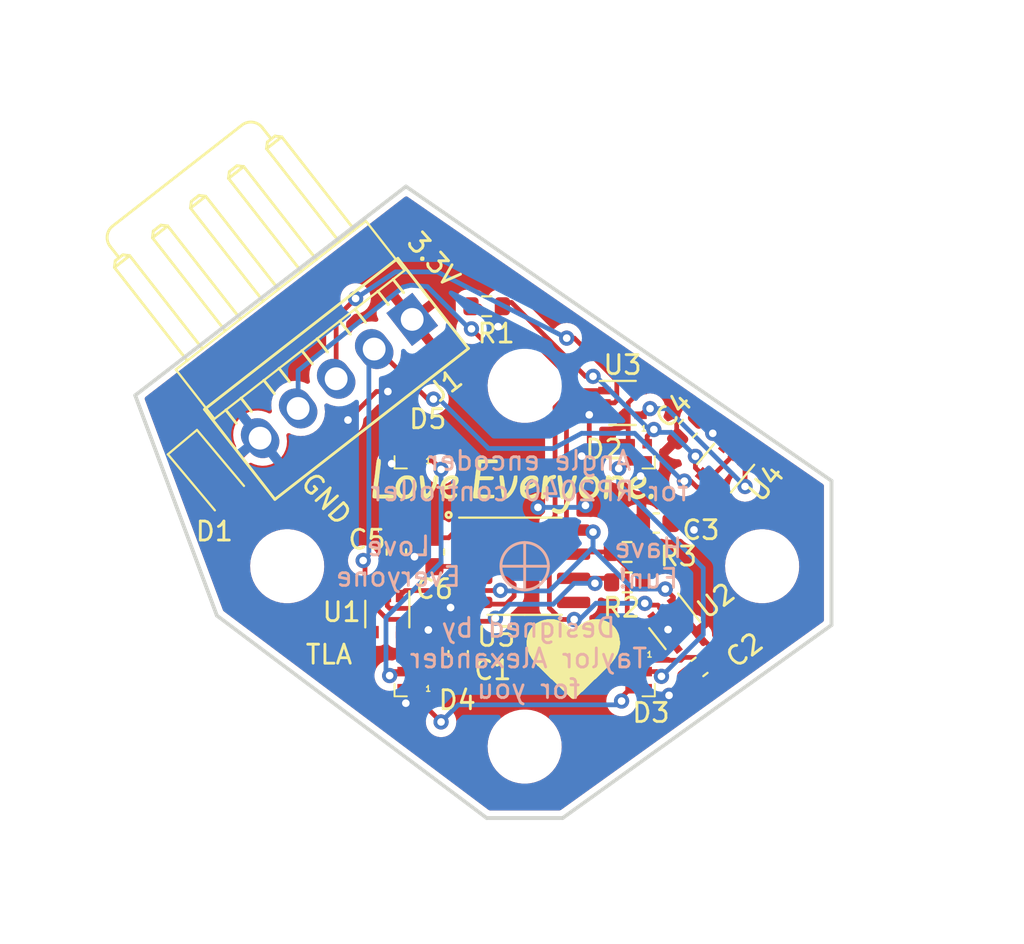
<source format=kicad_pcb>
(kicad_pcb (version 20211014) (generator pcbnew)
  (layers (0 "F.Cu" signal) (31 "B.Cu" signal) (34 "B.Paste" user) (35 "F.Paste" user) (36 "B.SilkS" user "B.Silkscreen") (37 "F.SilkS" user "F.Silkscreen") (38 "B.Mask" user) (39 "F.Mask" user) (44 "Edge.Cuts" user))
  (net 0 "")
  (net 1 "GND")
  (net 2 "+3V3")
  (net 3 "SPI0RX{slash}A")
  (net 4 "SPI0CS{slash}B")
  (net 5 "SPI0SCK{slash}C")
  (net 6 "Net-(U3-Pad4)")
  (net 8 "DO")
  (net 9 "SCK")
  (net 10 "Net-(D2-Pad3)")
  (net 11 "Net-(D3-Pad3)")
  (net 12 "LED")
  (net 13 "Net-(D4-Pad3)")
  (footprint "Capacitor_SMD:C_0603_1608Metric" (layer "F.Cu") (at 143.25 99.25 90)
    (fp_text reference "C5" (at 0.65 -1.55 180) (layer "F.SilkS"))
    (fp_text value "1u")
    (pad "1" smd roundrect locked (at -0.775 0 90) (size 0.9 0.95) (layers "F.Cu" "F.Paste" "F.Mask") (net 1 "GND"))
    (pad "2" smd roundrect locked (at 0.775 0 90) (size 0.9 0.95) (layers "F.Cu" "F.Paste" "F.Mask") (net 2 "+3V3"))
  )
  (footprint "Resistor_SMD:R_0603_1608Metric" (layer "F.Cu") (at 155.4 100.85 180)
    (fp_text reference "R2" (at 0.3 -1.33) (layer "F.SilkS"))
    (fp_text value "10k")
    (pad "1" smd roundrect (at -0.825 0 180) (size 0.8 0.95) (layers "F.Cu" "F.Paste" "F.Mask") (net 2 "+3V3"))
    (pad "2" smd roundrect (at 0.825 0 180) (size 0.8 0.95) (layers "F.Cu" "F.Paste" "F.Mask") (net 8 "DO"))
  )
  (footprint "Package_TO_SOT_SMD:SOT-353_SC-70-5" (layer "F.Cu") (at 142.77 102.52 -90)
    (fp_text reference "U1" (at -0.107488 2.401953 180) (layer "F.SilkS"))
    (fp_text value "SN74LVC1G07QDCKTQ1")
    (pad "1" smd rect (at -0.95 -0.65 270) (size 0.65 0.4) (layers "F.Cu" "F.Paste" "F.Mask") (net 4 "SPI0CS{slash}B"))
    (pad "2" smd rect (at -0.95 0 270) (size 0.65 0.4) (layers "F.Cu" "F.Paste" "F.Mask") (net 8 "DO"))
    (pad "3" smd rect (at -0.95 0.65 270) (size 0.65 0.4) (layers "F.Cu" "F.Paste" "F.Mask") (net 1 "GND"))
    (pad "4" smd rect (at 0.95 0.65 270) (size 0.65 0.4) (layers "F.Cu" "F.Paste" "F.Mask") (net 3 "SPI0RX{slash}A"))
    (pad "5" smd rect (at 0.95 -0.65 270) (size 0.65 0.4) (layers "F.Cu" "F.Paste" "F.Mask") (net 2 "+3V3"))
  )
  (footprint "Capacitor_SMD:C_0603_1608Metric" (layer "F.Cu") (at 156.925 97.725)
    (fp_text reference "C3" (at 2.35 0.37) (layer "F.SilkS"))
    (fp_text value "0.1uF")
    (pad "1" smd roundrect (at -0.775 0) (size 0.9 0.95) (layers "F.Cu" "F.Paste" "F.Mask") (net 2 "+3V3"))
    (pad "2" smd roundrect (at 0.775 0) (size 0.9 0.95) (layers "F.Cu" "F.Paste" "F.Mask") (net 1 "GND"))
  )
  (footprint "parts:MountingHole_3.1mm" (layer "F.Cu") (at 162.5 100)
    (fp_text reference "H3" hide)
    (fp_text value "MountingHole")
    (pad "" np_thru_hole circle (at 0 0) (size 3.1 3.1) (drill 3.1) (layers F&B.Cu *.Mask))
  )
  (footprint "LED_SMD:LED_SK6812_EC15_1.5x1.5mm" (layer "F.Cu") (at 144 94 180)
    (fp_text reference "D5" (at -0.9 1.75) (layer "F.SilkS"))
    (fp_text value "SK6805")
    (fp_text user "1" (at -0.925 -0.45) (layer "F.SilkS") (effects (font (size 0.3 0.3) (thickness 0.075))))
    (pad "1" smd rect (at -0.45 -0.45 180) (size 0.5 0.5) (layers "F.Cu" "F.Paste" "F.Mask") (net 13 "Net-(D4-Pad3)"))
    (pad "2" smd rect (at -0.45 0.45 180) (size 0.5 0.5) (layers "F.Cu" "F.Paste" "F.Mask") (net 2 "+3V3"))
    (pad "3" smd rect (at 0.45 0.45 180) (size 0.5 0.5) (layers "F.Cu" "F.Paste" "F.Mask"))
    (pad "4" smd rect (at 0.45 -0.45 180) (size 0.5 0.5) (layers "F.Cu" "F.Paste" "F.Mask") (net 1 "GND"))
  )
  (footprint "Resistor_SMD:R_0603_1608Metric" (layer "F.Cu") (at 148 86.31 180)
    (fp_text reference "R1" (at -0.5 -1.43) (layer "F.SilkS"))
    (fp_text value "10k")
    (pad "1" smd roundrect (at -0.825 0 180) (size 0.8 0.95) (layers "F.Cu" "F.Paste" "F.Mask") (net 12 "LED"))
    (pad "2" smd roundrect (at 0.825 0 180) (size 0.8 0.95) (layers "F.Cu" "F.Paste" "F.Mask") (net 1 "GND"))
  )
  (footprint "parts:MountingHole_3.1mm" (layer "F.Cu") (at 137.5 100)
    (fp_text reference "H4" hide)
    (fp_text value "MountingHole")
    (pad "" np_thru_hole circle (at 0 0) (size 3.1 3.1) (drill 3.1) (layers F&B.Cu *.Mask))
  )
  (footprint "parts:MountingHole_3.1mm" (layer "F.Cu") (at 150 109.5)
    (fp_text reference "H1" hide)
    (fp_text value "MountingHole")
    (pad "" np_thru_hole circle (at 0 0) (size 3.1 3.1) (drill 3.1) (layers F&B.Cu *.Mask))
  )
  (footprint "Diode_SMD:D_SOD-123F" (layer "F.Cu") (at 133.4 95.15 -50)
    (fp_text reference "D1" (at 2.48039 1.732857) (layer "F.SilkS"))
    (fp_text value "6v")
    (pad "1" smd rect locked (at -1.4 0 310) (size 1.1 1.1) (layers "F.Cu" "F.Paste" "F.Mask") (net 2 "+3V3"))
    (pad "2" smd rect locked (at 1.4 0 310) (size 1.1 1.1) (layers "F.Cu" "F.Paste" "F.Mask") (net 1 "GND"))
  )
  (footprint "LED_SMD:LED_SK6812_EC15_1.5x1.5mm" (layer "F.Cu") (at 156 94 -90)
    (fp_text reference "D2" (at -0.154034 1.830327) (layer "F.SilkS"))
    (fp_text value "SK6805")
    (fp_text user "1" (at -1.25 -0.275) (layer "F.SilkS") (effects (font (size 0.3 0.3) (thickness 0.075))))
    (pad "1" smd rect (at -0.45 -0.45 270) (size 0.5 0.5) (layers "F.Cu" "F.Paste" "F.Mask") (net 12 "LED"))
    (pad "2" smd rect (at -0.45 0.45 270) (size 0.5 0.5) (layers "F.Cu" "F.Paste" "F.Mask") (net 2 "+3V3"))
    (pad "3" smd rect (at 0.45 0.45 270) (size 0.5 0.5) (layers "F.Cu" "F.Paste" "F.Mask") (net 10 "Net-(D2-Pad3)"))
    (pad "4" smd rect (at 0.45 -0.45 270) (size 0.5 0.5) (layers "F.Cu" "F.Paste" "F.Mask") (net 1 "GND"))
  )
  (footprint "Package_TO_SOT_SMD:SOT-353_SC-70-5" (layer "F.Cu") (at 160.42 94.83 -130)
    (fp_text reference "U4" (at -0.865113 -2.253139 50) (layer "F.SilkS"))
    (fp_text value "SN74LVC1G07QDCKTQ1")
    (pad "1" smd rect (at -0.95 -0.65 230) (size 0.65 0.4) (layers "F.Cu" "F.Paste" "F.Mask") (net 6 "Net-(U3-Pad4)"))
    (pad "2" smd rect (at -0.95 0 230) (size 0.65 0.4) (layers "F.Cu" "F.Paste" "F.Mask") (net 3 "SPI0RX{slash}A"))
    (pad "3" smd rect (at -0.95 0.65 230) (size 0.65 0.4) (layers "F.Cu" "F.Paste" "F.Mask") (net 1 "GND"))
    (pad "4" smd rect (at 0.95 0.65 230) (size 0.65 0.4) (layers "F.Cu" "F.Paste" "F.Mask") (net 12 "LED"))
    (pad "5" smd rect (at 0.95 -0.65 230) (size 0.65 0.4) (layers "F.Cu" "F.Paste" "F.Mask") (net 2 "+3V3"))
  )
  (footprint "parts:love_small" (layer "F.Cu") (at 149.446259 95.7216)
    (fp_text reference "Logo1" hide)
    (fp_text value "love" hide)
  )
  (footprint "Capacitor_SMD:C_0603_1608Metric" (layer "F.Cu") (at 146.5 104.61 90)
    (fp_text reference "C1" (at -0.864092 1.826232 180) (layer "F.SilkS"))
    (fp_text value "0.1uF")
    (pad "1" smd roundrect (at -0.775 0 90) (size 0.9 0.95) (layers "F.Cu" "F.Paste" "F.Mask") (net 2 "+3V3"))
    (pad "2" smd roundrect (at 0.775 0 90) (size 0.9 0.95) (layers "F.Cu" "F.Paste" "F.Mask") (net 1 "GND"))
  )
  (footprint "parts:Molex_KK-254_1x05_P2.54mm_Horizontal" (layer "F.Cu") (at 144.08 87 -142)
    (fp_text reference locked "J1" (at 0.754513 -3.825561 38) (layer "F.SilkS"))
    (fp_text value "Conn_01x05")
    (pad "1" thru_hole rect locked (at 0 0 218) (size 1.74 2.2) (drill 1.2) (layers *.Cu *.Mask) (net 2 "+3V3"))
    (pad "2" thru_hole oval locked (at 2.54 0 218) (size 1.74 2.2) (drill 1.2) (layers *.Cu *.Mask) (net 3 "SPI0RX{slash}A"))
    (pad "3" thru_hole oval locked (at 5.08 0 218) (size 1.74 2.2) (drill 1.2) (layers *.Cu *.Mask) (net 4 "SPI0CS{slash}B"))
    (pad "4" thru_hole oval locked (at 7.62 0 218) (size 1.74 2.2) (drill 1.2) (layers *.Cu *.Mask) (net 5 "SPI0SCK{slash}C"))
    (pad "5" thru_hole oval locked (at 10.16 0 218) (size 1.74 2.2) (drill 1.2) (layers *.Cu *.Mask) (net 1 "GND"))
  )
  (footprint "Capacitor_SMD:C_0603_1608Metric" (layer "F.Cu") (at 145.25 99.25 -90)
    (fp_text reference "C6" (at 1.95 0 180) (layer "F.SilkS"))
    (fp_text value "0.1uF")
    (pad "1" smd roundrect locked (at -0.775 0 270) (size 0.9 0.95) (layers "F.Cu" "F.Paste" "F.Mask") (net 2 "+3V3"))
    (pad "2" smd roundrect locked (at 0.775 0 270) (size 0.9 0.95) (layers "F.Cu" "F.Paste" "F.Mask") (net 1 "GND"))
  )
  (footprint "Capacitor_SMD:C_0603_1608Metric" (layer "F.Cu") (at 158.6 92.75 45)
    (fp_text reference "C4" (at 0.141421 -1.217868 45) (layer "F.SilkS"))
    (fp_text value "0.1uF")
    (pad "1" smd roundrect (at -0.775 0 45) (size 0.9 0.95) (layers "F.Cu" "F.Paste" "F.Mask") (net 2 "+3V3"))
    (pad "2" smd roundrect (at 0.775 0 45) (size 0.9 0.95) (layers "F.Cu" "F.Paste" "F.Mask") (net 1 "GND"))
  )
  (footprint "Package_TO_SOT_SMD:SOT-353_SC-70-5" (layer "F.Cu") (at 155.15 91.4)
    (fp_text reference "U3" (at 0 -2) (layer "F.SilkS"))
    (fp_text value "SN74LVC1G79DBVR")
    (pad "1" smd rect (at -0.95 -0.65) (size 0.65 0.4) (layers "F.Cu" "F.Paste" "F.Mask") (net 5 "SPI0SCK{slash}C"))
    (pad "2" smd rect (at -0.95 0) (size 0.65 0.4) (layers "F.Cu" "F.Paste" "F.Mask") (net 4 "SPI0CS{slash}B"))
    (pad "3" smd rect (at -0.95 0.65) (size 0.65 0.4) (layers "F.Cu" "F.Paste" "F.Mask") (net 1 "GND"))
    (pad "4" smd rect (at 0.95 0.65) (size 0.65 0.4) (layers "F.Cu" "F.Paste" "F.Mask") (net 6 "Net-(U3-Pad4)"))
    (pad "5" smd rect (at 0.95 -0.65) (size 0.65 0.4) (layers "F.Cu" "F.Paste" "F.Mask") (net 2 "+3V3"))
  )
  (footprint "Package_SO:SO-8_3.9x4.9mm_P1.27mm" (layer "F.Cu") (at 150 100)
    (fp_text reference "U5" (at -1.5 3.715) (layer "F.SilkS"))
    (fp_text value "MT6701")
    (pad "1" smd roundrect locked (at -2.575 -1.905) (size 1.75 0.6) (layers "F.Cu" "F.Paste" "F.Mask") (net 2 "+3V3"))
    (pad "2" smd roundrect locked (at -2.575 -0.635) (size 1.75 0.6) (layers "F.Cu" "F.Paste" "F.Mask") (net 2 "+3V3"))
    (pad "3" smd roundrect locked (at -2.575 0.635) (size 1.75 0.6) (layers "F.Cu" "F.Paste" "F.Mask"))
    (pad "4" smd roundrect locked (at -2.575 1.905) (size 1.75 0.6) (layers "F.Cu" "F.Paste" "F.Mask") (net 1 "GND"))
    (pad "5" smd roundrect locked (at 2.575 1.905) (size 1.75 0.6) (layers "F.Cu" "F.Paste" "F.Mask"))
    (pad "6" smd roundrect locked (at 2.575 0.635) (size 1.75 0.6) (layers "F.Cu" "F.Paste" "F.Mask") (net 8 "DO"))
    (pad "7" smd roundrect locked (at 2.575 -0.635) (size 1.75 0.6) (layers "F.Cu" "F.Paste" "F.Mask") (net 9 "SCK"))
    (pad "8" smd roundrect locked (at 2.575 -1.905) (size 1.75 0.6) (layers "F.Cu" "F.Paste" "F.Mask") (net 4 "SPI0CS{slash}B"))
  )
  (footprint "LED_SMD:LED_SK6812_EC15_1.5x1.5mm" (layer "F.Cu") (at 144 106 180)
    (fp_text reference "D4" (at -2.45 -1.05) (layer "F.SilkS"))
    (fp_text value "SK6805")
    (fp_text user "1" (at -0.925 -0.45) (layer "F.SilkS") (effects (font (size 0.3 0.3) (thickness 0.075))))
    (pad "1" smd rect (at -0.45 -0.45 180) (size 0.5 0.5) (layers "F.Cu" "F.Paste" "F.Mask") (net 11 "Net-(D3-Pad3)"))
    (pad "2" smd rect (at -0.45 0.45 180) (size 0.5 0.5) (layers "F.Cu" "F.Paste" "F.Mask") (net 2 "+3V3"))
    (pad "3" smd rect (at 0.45 0.45 180) (size 0.5 0.5) (layers "F.Cu" "F.Paste" "F.Mask") (net 13 "Net-(D4-Pad3)"))
    (pad "4" smd rect (at 0.45 -0.45 180) (size 0.5 0.5) (layers "F.Cu" "F.Paste" "F.Mask") (net 1 "GND"))
  )
  (footprint "Package_TO_SOT_SMD:SOT-353_SC-70-5" (layer "F.Cu") (at 157.9 103.1 -52)
    (fp_text reference "U2" (at 0.329652 -2.494538 38) (layer "F.SilkS"))
    (fp_text value "SN74LVC1G07QDCKTQ1")
    (pad "1" smd rect (at -0.95 -0.65 308) (size 0.65 0.4) (layers "F.Cu" "F.Paste" "F.Mask") (net 4 "SPI0CS{slash}B"))
    (pad "2" smd rect (at -0.95 0 308) (size 0.65 0.4) (layers "F.Cu" "F.Paste" "F.Mask") (net 5 "SPI0SCK{slash}C"))
    (pad "3" smd rect (at -0.95 0.65 308) (size 0.65 0.4) (layers "F.Cu" "F.Paste" "F.Mask") (net 1 "GND"))
    (pad "4" smd rect (at 0.95 0.65 308) (size 0.65 0.4) (layers "F.Cu" "F.Paste" "F.Mask") (net 9 "SCK"))
    (pad "5" smd rect (at 0.95 -0.65 308) (size 0.65 0.4) (layers "F.Cu" "F.Paste" "F.Mask") (net 2 "+3V3"))
  )
  (footprint "Resistor_SMD:R_0603_1608Metric" (layer "F.Cu") (at 155.39 99.25 180)
    (fp_text reference "R3" (at -2.7 -0.23) (layer "F.SilkS"))
    (fp_text value "10k")
    (pad "1" smd roundrect (at -0.825 0 180) (size 0.8 0.95) (layers "F.Cu" "F.Paste" "F.Mask") (net 2 "+3V3"))
    (pad "2" smd roundrect (at 0.825 0 180) (size 0.8 0.95) (layers "F.Cu" "F.Paste" "F.Mask") (net 9 "SCK"))
  )
  (footprint "parts:MountingHole_3.1mm" (layer "F.Cu") (at 150 90.5)
    (fp_text reference "H2" hide)
    (fp_text value "MountingHole")
    (pad "" np_thru_hole circle (at 0 0) (size 3.1 3.1) (drill 3.1) (layers F&B.Cu *.Mask))
  )
  (footprint "LED_SMD:LED_SK6812_EC15_1.5x1.5mm" (layer "F.Cu") (at 156 106 -90)
    (fp_text reference "D3" (at 1.718743 -0.647998) (layer "F.SilkS"))
    (fp_text value "SK6805")
    (fp_text user "1" (at -1.35 -0.575) (layer "F.SilkS") (effects (font (size 0.3 0.3) (thickness 0.075))))
    (pad "1" smd rect (at -0.45 -0.45 270) (size 0.5 0.5) (layers "F.Cu" "F.Paste" "F.Mask") (net 10 "Net-(D2-Pad3)"))
    (pad "2" smd rect (at -0.45 0.45 270) (size 0.5 0.5) (layers "F.Cu" "F.Paste" "F.Mask") (net 2 "+3V3"))
    (pad "3" smd rect (at 0.45 0.45 270) (size 0.5 0.5) (layers "F.Cu" "F.Paste" "F.Mask") (net 11 "Net-(D3-Pad3)"))
    (pad "4" smd rect (at 0.45 -0.45 270) (size 0.5 0.5) (layers "F.Cu" "F.Paste" "F.Mask") (net 1 "GND"))
  )
  (footprint "Capacitor_SMD:C_0603_1608Metric" (layer "F.Cu") (at 159.2 105.3 -142)
    (fp_text reference "C2" (at -2.407119 -0.767904 -142) (layer "F.SilkS"))
    (fp_text value "0.1uF")
    (pad "1" smd roundrect (at -0.775 0 218) (size 0.9 0.95) (layers "F.Cu" "F.Paste" "F.Mask") (net 2 "+3V3"))
    (pad "2" smd roundrect (at 0.775 0 218) (size 0.9 0.95) (layers "F.Cu" "F.Paste" "F.Mask") (net 1 "GND"))
  )
  (gr_line (start 150 98.75) (end 150 101.25) (layer "B.SilkS") (width 0.15))
  (gr_circle (center 150 100) (end 151 99.25) (layer "B.SilkS") (width 0.15) (fill none))
  (gr_line (start 148.75 100) (end 151.25 100) (layer "B.SilkS") (width 0.15))
  (gr_line (start 147.032909 88.52806) (end 143.326627 83.784235) (layer "F.SilkS") (width 0.15))
  (gr_line (start 147.05 88.52806) (end 136.85181 96.482406) (layer "F.SilkS") (width 0.15))
  (gr_line (start 143.326627 83.784235) (end 133.145528 91.738581) (layer "F.SilkS") (width 0.15))
  (gr_line (start 136.85181 96.482406) (end 133.145528 91.738581) (layer "F.SilkS") (width 0.15))
  (gr_circle (center 146 97.3) (end 146.1 97.4) (layer "F.SilkS") (width 0.15) (fill none))
  (gr_line (start 148 113.26) (end 133.8 102.6) (layer "Edge.Cuts") (width 0.2))
  (gr_line (start 143.75 80) (end 166.15 95.5) (layer "Edge.Cuts") (width 0.2))
  (gr_line (start 152 113.26) (end 148 113.26) (layer "Edge.Cuts") (width 0.2))
  (gr_line (start 166.15 103.1) (end 152 113.26) (layer "Edge.Cuts") (width 0.2))
  (gr_line (start 129.5 91) (end 143.75 80) (layer "Edge.Cuts") (width 0.2))
  (gr_line (start 166.15 95.5) (end 166.15 103.1) (layer "Edge.Cuts") (width 0.2))
  (gr_line (start 133.8 102.6) (end 129.5 91) (layer "Edge.Cuts") (width 0.2))
  (gr_text "Designed by\nTaylor Alexander\nfor you" (at 150.2 104.85) (layer "B.SilkS") (effects (font (size 1 1)) (justify mirror)))
  (gr_text "Love\nEveryone" (at 143.35 99.75) (layer "B.SilkS") (effects (font (size 1 1)) (justify mirror)))
  (gr_text "Have\nFun!" (at 156.5 99.85) (layer "B.SilkS") (effects (font (size 1 1)) (justify mirror)))
  (gr_text "Angle encoder\nfor RP2040 controller" (at 150.25 95.25) (layer "B.SilkS") (effects (font (size 1 1)) (justify mirror)))
  (gr_text "3.3V" (at 145.2 83.85 312) (layer "F.SilkS") (effects (font (size 1 1))))
  (gr_text "TLA" (at 139.7 104.65) (layer "F.SilkS") (effects (font (size 1 1))))
  (gr_text "GND" (at 139.55 96.45 312) (layer "F.SilkS") (effects (font (size 1 1))))
  (segment (start 142.8 90.8) (end 142.2 90.8) (width 0.25) (layer "F.Cu") (net 1))
  (segment (start 143.875 99.4) (end 144.625 99.4) (width 0.25) (layer "F.Cu") (net 1))
  (segment (start 147.61 86.31) (end 147.175 86.31) (width 0.25) (layer "F.Cu") (net 1))
  (segment (start 147.13 101.905) (end 147.425 101.905) (width 0.25) (layer "F.Cu") (net 1))
  (segment (start 159.9 93) (end 160.532719 93.632719) (width 0.25) (layer "F.Cu") (net 1))
  (segment (start 142.775 102.8) (end 142.12 102.145) (width 0.25) (layer "F.Cu") (net 1))
  (segment (start 146.020725 103.355725) (end 146.5 103.835) (width 0.25) (layer "F.Cu") (net 1))
  (segment (start 142.12 101.57) (end 142.12 101.155) (width 0.25) (layer "F.Cu") (net 1))
  (segment (start 142.12 102.145) (end 142.12 101.57) (width 0.25) (layer "F.Cu") (net 1))
  (segment (start 153.4 93.8) (end 153 94.2) (width 0.25) (layer "F.Cu") (net 1))
  (segment (start 157.546241 103.335406) (end 157.386751 103.335406) (width 0.25) (layer "F.Cu") (net 1))
  (segment (start 149.44677 100.970881) (end 148.486369 100.01048) (width 0.25) (layer "F.Cu") (net 1))
  (segment (start 156.1 95.25) (end 156.45 94.9) (width 0.25) (layer "F.Cu") (net 1))
  (segment (start 149.022362 101.995495) (end 149.44677 101.571087) (width 0.25) (layer "F.Cu") (net 1))
  (segment (start 147.425 101.905) (end 146.3705 101.905) (width 0.25) (layer "F.Cu") (net 1))
  (segment (start 157.6 106.8) (end 157.76643 106.8) (width 0.25) (layer "F.Cu") (net 1))
  (segment (start 157.6 106.8) (end 156.8 106.8) (width 0.25) (layer "F.Cu") (net 1))
  (segment (start 159.9 93) (end 159.151992 92.251992) (width 0.25) (layer "F.Cu") (net 1))
  (segment (start 157.7 97.725) (end 158.549598 97.725) (width 0.25) (layer "F.Cu") (net 1))
  (segment (start 160.532719 93.632719) (end 160.532719 93.684446) (width 0.25) (layer "F.Cu") (net 1))
  (segment (start 144.2 99.5) (end 144.3 99.4) (width 0.25) (layer "F.Cu") (net 1))
  (segment (start 148.10048 86.80048) (end 147.61 86.31) (width 0.25) (layer "F.Cu") (net 1))
  (segment (start 154.2 92.05) (end 154.15 92.05) (width 0.25) (layer "F.Cu") (net 1))
  (segment (start 153.4255 92.05) (end 154.2 92.05) (width 0.25) (layer "F.Cu") (net 1))
  (segment (start 158.549598 97.725) (end 158.912299 98.087701) (width 0.25) (layer "F.Cu") (net 1))
  (segment (start 145.26452 100.01048) (end 145.25 100.025) (width 0.25) (layer "F.Cu") (net 1))
  (segment (start 143.55 94.45) (end 143.15 94.45) (width 0.25) (layer "F.Cu") (net 1))
  (segment (start 134.299903 96.222462) (end 134.299903 95.029029) (width 0.25) (layer "F.Cu") (net 1))
  (segment (start 148.597062 87.384013) (end 148.10048 86.887431) (width 0.25) (layer "F.Cu") (net 1))
  (segment (start 148.486369 100.01048) (end 145.26452 100.01048) (width 0.25) (layer "F.Cu") (net 1))
  (segment (start 142.2 90.8) (end 140.7 92.3) (width 0.25) (layer "F.Cu") (net 1))
  (segment (start 143.15 94.45) (end 143 94.6) (width 0.25) (layer "F.Cu") (net 1))
  (segment (start 146.3705 101.905) (end 146.1 102.1755) (width 0.25) (layer "F.Cu") (net 1))
  (segment (start 157.76643 106.8) (end 158.689292 105.877138) (width 0.25) (layer "F.Cu") (net 1))
  (segment (start 143.55 107.018858) (end 143.55 106.45) (width 0.25) (layer "F.Cu") (net 1))
  (segment (start 156.45 94.9) (end 156.45 94.45) (width 0.25) (layer "F.Cu") (net 1))
  (segment (start 147.515495 101.995495) (end 149.022362 101.995495) (width 0.25) (layer "F.Cu") (net 1))
  (segment (start 144.931127 103.355725) (end 144.375402 102.8) (width 0.25) (layer "F.Cu") (net 1))
  (segment (start 153.4 92.0245) (end 153.4255 92.05) (width 0.25) (layer "F.Cu") (net 1))
  (segment (start 149.44677 101.571087) (end 149.44677 100.970881) (width 0.25) (layer "F.Cu") (net 1))
  (segment (start 148.10048 86.887431) (end 148.10048 86.80048) (width 0.25) (layer "F.Cu") (net 1))
  (segment (start 142.12 101.155) (end 143.25 100.025) (width 0.25) (layer "F.Cu") (net 1))
  (segment (start 144.625 99.4) (end 145.25 100.025) (width 0.25) (layer "F.Cu") (net 1))
  (segment (start 144.3 99.4) (end 144.625 99.4) (width 0.25) (layer "F.Cu") (net 1))
  (segment (start 143.744053 107.212911) (end 143.55 107.018858) (width 0.25) (layer "F.Cu") (net 1))
  (segment (start 153.4 92.0245) (end 153.4 93.8) (width 0.25) (layer "F.Cu") (net 1))
  (segment (start 144.375402 102.8) (end 142.775 102.8) (width 0.25) (layer "F.Cu") (net 1))
  (segment (start 157.386751 103.335406) (end 156.802915 102.75157) (width 0.25) (layer "F.Cu") (net 1))
  (segment (start 143.25 100.025) (end 143.875 99.4) (width 0.25) (layer "F.Cu") (net 1))
  (segment (start 147.425 101.905) (end 147.515495 101.995495) (width 0.25) (layer "F.Cu") (net 1))
  (segment (start 144.931127 103.355725) (end 146.020725 103.355725) (width 0.25) (layer "F.Cu") (net 1))
  (segment (start 156.8 106.8) (end 156.45 106.45) (width 0.25) (layer "F.Cu") (net 1))
  (segment (start 159.151992 92.251992) (end 159.098008 92.251992) (width 0.25) (layer "F.Cu") (net 1))
  (segment (start 134.299903 95.029029) (end 136.073811 93.255121) (width 0.25) (layer "F.Cu") (net 1))
  (via (at 143 94.6) (size 0.8) (drill 0.4) (layers "F.Cu" "B.Cu") (net 1))
  (via (at 143.744053 107.212911) (size 0.8) (drill 0.4) (layers "F.Cu" "B.Cu") (net 1))
  (via (at 158.912299 98.087701) (size 0.8) (drill 0.4) (layers "F.Cu" "B.Cu") (net 1))
  (via (at 153 94.2) (size 0.8) (drill 0.4) (layers "F.Cu" "B.Cu") (net 1))
  (via (at 159.9 93) (size 0.8) (drill 0.4) (layers "F.Cu" "B.Cu") (net 1))
  (via (at 142.8 90.8) (size 0.8) (drill 0.4) (layers "F.Cu" "B.Cu") (net 1))
  (via (at 144.2 99.5) (size 0.8) (drill 0.4) (layers "F.Cu" "B.Cu") (net 1))
  (via (at 146.1 102.1755) (size 0.8) (drill 0.4) (layers "F.Cu" "B.Cu") (net 1))
  (via (at 148.597062 87.384013) (size 0.8) (drill 0.4) (layers "F.Cu" "B.Cu") (net 1))
  (via (at 153.4 92.0245) (size 0.8) (drill 0.4) (layers "F.Cu" "B.Cu") (net 1))
  (via (at 157.6 106.8) (size 0.8) (drill 0.4) (layers "F.Cu" "B.Cu") (net 1))
  (via (at 156.1 95.25) (size 0.8) (drill 0.4) (layers "F.Cu" "B.Cu") (net 1))
  (via (at 140.7 92.3) (size 0.8) (drill 0.4) (layers "F.Cu" "B.Cu") (net 1))
  (via (at 157.546241 103.335406) (size 0.8) (drill 0.4) (layers "F.Cu" "B.Cu") (net 1))
  (via (at 144.931127 103.355725) (size 0.8) (drill 0.4) (layers "F.Cu" "B.Cu") (net 1))
  (segment (start 156.1 95.25) (end 156.1 94.4) (width 0.25) (layer "B.Cu") (net 1))
  (segment (start 153.2 94) (end 153 94.2) (width 0.25) (layer "B.Cu") (net 1))
  (segment (start 156.1 94.4) (end 155.7 94) (width 0.25) (layer "B.Cu") (net 1))
  (segment (start 155.7 94) (end 153.2 94) (width 0.25) (layer "B.Cu") (net 1))
  (segment (start 156.1 90.75) (end 155.450489 91.399511) (width 0.25) (layer "F.Cu") (net 2))
  (segment (start 156.215 100.79) (end 156.225 100.8) (width 0.25) (layer "F.Cu") (net 2))
  (segment (start 158.001992 91.401992) (end 157.35 90.75) (width 0.25) (layer "F.Cu") (net 2))
  (segment (start 159.810708 104.822862) (end 159.810708 104.262053) (width 0.25) (layer "F.Cu") (net 2))
  (segment (start 159.910708 104.922862) (end 159.787846 104.8) (width 0.25) (layer "F.Cu") (net 2))
  (segment (start 146 98.5) (end 145.275 98.5) (width 0.25) (layer "F.Cu") (net 2))
  (segment (start 155.450489 91.399511) (end 155.450489 93.450489) (width 0.25) (layer "F.Cu") (net 2))
  (segment (start 145.275 98.5) (end 145.25 98.475) (width 0.25) (layer "F.Cu") (net 2))
  (segment (start 146.405 98.095) (end 146 98.5) (width 0.25) (layer "F.Cu") (net 2))
  (segment (start 158.371065 104.8) (end 158.218519 104.952546) (width 0.25) (layer "F.Cu") (net 2))
  (segment (start 146.3 105.385) (end 144.615 105.385) (width 0.25) (layer "F.Cu") (net 2))
  (segment (start 157.35 90.75) (end 156.1 90.75) (width 0.25) (layer "F.Cu") (net 2))
  (segment (start 159.810708 104.262053) (end 158.997085 103.44843) (width 0.25) (layer "F.Cu") (net 2))
  (segment (start 155.952546 104.952546) (end 155 104) (width 0.25) (layer "F.Cu") (net 2))
  (segment (start 144.615 105.385) (end 144.45 105.55) (width 0.25) (layer "F.Cu") (net 2))
  (segment (start 147.425 98.095) (end 146.405 98.095) (width 0.25) (layer "F.Cu") (net 2))
  (segment (start 159.787846 104.8) (end 158.371065 104.8) (width 0.25) (layer "F.Cu") (net 2))
  (segment (start 155.450489 93.450489) (end 155.55 93.55) (width 0.25) (layer "F.Cu") (net 2))
  (segment (start 158.001992 93.348008) (end 158.001992 91.401992) (width 0.25) (layer "F.Cu") (net 2))
  (segment (start 158.218519 104.952546) (end 155.952546 104.952546) (width 0.25) (layer "F.Cu") (net 2))
  (via (at 153.2 96.8) (size 0.8) (drill 0.4) (layers "F.Cu" "B.Cu") (net 2))
  (via (at 150.7 96.9) (size 0.8) (drill 0.4) (layers "F.Cu" "B.Cu") (net 2))
  (segment (start 153.2 96.8) (end 153.1 96.9) (width 0.25) (layer "B.Cu") (net 2))
  (segment (start 153.1 96.9) (end 150.7 96.9) (width 0.25) (layer "B.Cu") (net 2))
  (segment (start 141.5 99.7) (end 141.595489 99.795489) (width 0.25) (layer "F.Cu") (net 3))
  (segment (start 141.595489 99.795489) (end 141.595489 102.945489) (width 0.25) (layer "F.Cu") (net 3))
  (segment (start 141.595489 102.945489) (end 142.12 103.47) (width 0.25) (layer "F.Cu") (net 3))
  (segment (start 142.26378 88.56378) (end 142.078453 88.56378) (width 0.25) (layer "F.Cu") (net 3))
  (segment (start 144.9 91.2) (end 142.26378 88.56378) (width 0.25) (layer "F.Cu") (net 3))
  (segment (start 158.407788 95.517547) (end 158.747577 95.517547) (width 0.25) (layer "F.Cu") (net 3))
  (segment (start 159.390146 95.841972) (end 159.998058 95.23406) (width 0.25) (layer "F.Cu") (net 3))
  (segment (start 159.998058 95.134848) (end 161.030648 94.102258) (width 0.25) (layer "F.Cu") (net 3))
  (segment (start 159.072002 95.841972) (end 159.390146 95.841972) (width 0.25) (layer "F.Cu") (net 3))
  (segment (start 159.998058 95.23406) (end 159.998058 95.134848) (width 0.25) (layer "F.Cu") (net 3))
  (segment (start 158.747577 95.517547) (end 159.072002 95.841972) (width 0.25) (layer "F.Cu") (net 3))
  (segment (start 145.2 91.2) (end 144.9 91.2) (width 0.25) (layer "F.Cu") (net 3))
  (via (at 141.5 99.7) (size 0.8) (drill 0.4) (layers "F.Cu" "B.Cu") (net 3))
  (via (at 145.2 91.2) (size 0.8) (drill 0.4) (layers "F.Cu" "B.Cu") (net 3))
  (via (at 158.407788 95.517547) (size 0.8) (drill 0.4) (layers "F.Cu" "B.Cu") (net 3))
  (segment (start 158.407788 95.517547) (end 158.312043 95.517547) (width 0.25) (layer "B.Cu") (net 3))
  (segment (start 148.1 93.8) (end 145.5 91.2) (width 0.25) (layer "B.Cu") (net 3))
  (segment (start 141.8 99.4) (end 141.8 88.842233) (width 0.25) (layer "B.Cu") (net 3))
  (segment (start 155.794496 93) (end 153 93) (width 0.25) (layer "B.Cu") (net 3))
  (segment (start 141.5 99.7) (end 141.8 99.4) (width 0.25) (layer "B.Cu") (net 3))
  (segment (start 153 93) (end 151.5 93.8) (width 0.25) (layer "B.Cu") (net 3))
  (segment (start 141.86378 88.56378) (end 142.078453 88.56378) (width 0.25) (layer "B.Cu") (net 3))
  (segment (start 145.5 91.2) (end 145.2 91.2) (width 0.25) (layer "B.Cu") (net 3))
  (segment (start 141.8 88.842233) (end 142.078453 88.56378) (width 0.25) (layer "B.Cu") (net 3))
  (segment (start 158.312043 95.517547) (end 155.794496 93) (width 0.25) (layer "B.Cu") (net 3))
  (segment (start 151.5 93.8) (end 148.1 93.8) (width 0.25) (layer "B.Cu") (net 3))
  (segment (start 152.575 98.095) (end 152.2 97.72) (width 0.25) (layer "F.Cu") (net 4))
  (segment (start 154.1 91.3) (end 154.2 91.4) (width 0.25) (layer "F.Cu") (net 4))
  (segment (start 154.724022 91.4) (end 154.2 91.4) (width 0.25) (layer "F.Cu") (net 4))
  (segment (start 143.70952 101.28048) (end 143.42 101.57) (width 0.25) (layer "F.Cu") (net 4))
  (segment (start 157.827329 101.627329) (end 157.827329 101.95121) (width 0.25) (layer "F.Cu") (net 4))
  (segment (start 152.2 97.72) (end 152.2 91.940338) (width 0.25) (layer "F.Cu") (net 4))
  (segment (start 152.2 91.940338) (end 152.840338 91.3) (width 0.25) (layer "F.Cu") (net 4))
  (segment (start 154.849511 90.224897) (end 154.849511 91.274511) (width 0.25) (layer "F.Cu") (net 4))
  (segment (start 157.4 101.2) (end 157.827329 101.627329) (width 0.25) (layer "F.Cu") (net 4))
  (segment (start 152.68 98.2) (end 152.575 98.095) (width 0.25) (layer "F.Cu") (net 4))
  (segment (start 152.612315 87.987701) (end 154.849511 90.224897) (width 0.25) (layer "F.Cu") (net 4))
  (segment (start 140.076905 86.923095) (end 140.076905 90.12756) (width 0.25) (layer "F.Cu") (net 4))
  (segment (start 148.712763 101.28048) (end 143.70952 101.28048) (width 0.25) (layer "F.Cu") (net 4))
  (segment (start 148.722259 101.270984) (end 148.712763 101.28048) (width 0.25) (layer "F.Cu") (net 4))
  (segment (start 153.6 98.2) (end 152.68 98.2) (width 0.25) (layer "F.Cu") (net 4))
  (segment (start 152.212299 87.987701) (end 152.612315 87.987701) (width 0.25) (layer "F.Cu") (net 4))
  (segment (start 141.1 85.9) (end 140.076905 86.923095) (width 0.25) (layer "F.Cu") (net 4))
  (segment (start 154.849511 91.274511) (end 154.724022 91.4) (width 0.25) (layer "F.Cu") (net 4))
  (segment (start 152.840338 91.3) (end 154.1 91.3) (width 0.25) (layer "F.Cu") (net 4))
  (via (at 153.6 98.2) (size 0.8) (drill 0.4) (layers "F.Cu" "B.Cu") (net 4))
  (via (at 141.1 85.9) (size 0.8) (drill 0.4) (layers "F.Cu" "B.Cu") (net 4))
  (via (at 152.212299 87.987701) (size 0.8) (drill 0.4) (layers "F.Cu" "B.Cu") (net 4))
  (via (at 157.4 101.2) (size 0.8) (drill 0.4) (layers "F.Cu" "B.Cu") (net 4))
  (via (at 148.722259 101.270984) (size 0.8) (drill 0.4) (layers "F.Cu" "B.Cu") (net 4))
  (segment (start 155.7 101.2) (end 153.6 99.1) (width 0.25) (layer "B.Cu") (net 4))
  (segment (start 148.722259 101.270984) (end 148.751275 101.3) (width 0.25) (layer "B.Cu") (net 4))
  (segment (start 151.3 101.3) (end 153.6 99) (width 0.25) (layer "B.Cu") (net 4))
  (segment (start 145.4 84.5) (end 143.2 84.5) (width 0.25) (layer "B.Cu") (net 4))
  (segment (start 153.6 99) (end 153.6 98.2) (width 0.25) (layer "B.Cu") (net 4))
  (segment (start 152.212299 87.987701) (end 145.4 84.5) (width 0.25) (layer "B.Cu") (net 4))
  (segment (start 157.4 101.2) (end 155.7 101.2) (width 0.25) (layer "B.Cu") (net 4))
  (segment (start 153.6 99.1) (end 153.6 98.2) (width 0.25) (layer "B.Cu") (net 4))
  (segment (start 143.2 84.5) (end 141.1 85.9) (width 0.25) (layer "B.Cu") (net 4))
  (segment (start 148.751275 101.3) (end 151.3 101.3) (width 0.25) (layer "B.Cu") (net 4))
  (segment (start 150.5 88.2) (end 152.35 90.05) (width 0.25) (layer "F.Cu") (net 5))
  (segment (start 156.487402 102.11748) (end 156.557067 102.047814) (width 0.25) (layer "F.Cu") (net 5))
  (segment (start 151.3 102.2) (end 151.9045 102.8045) (width 0.25) (layer "F.Cu") (net 5))
  (segment (start 151.9045 102.8045) (end 152.6045 102.8045) (width 0.25) (layer "F.Cu") (net 5))
  (segment (start 156.557067 102.047814) (end 157.011546 102.047814) (width 0.25) (layer "F.Cu") (net 5))
  (segment (start 151.6 97.375375) (end 151.3 97.675375) (width 0.25) (layer "F.Cu") (net 5))
  (segment (start 156.323132 101.95321) (end 156.487402 102.11748) (width 0.25) (layer "F.Cu") (net 5))
  (segment (start 147.9 88.2) (end 150.5 88.2) (width 0.25) (layer "F.Cu") (net 5))
  (segment (start 152.35 90.75) (end 154.2 90.75) (width 0.25) (layer "F.Cu") (net 5))
  (segment (start 147.2 87.5) (end 147.9 88.2) (width 0.25) (layer "F.Cu") (net 5))
  (segment (start 151.3 97.675375) (end 151.3 102.2) (width 0.25) (layer "F.Cu") (net 5))
  (segment (start 152.35 90.05) (end 152.35 90.75) (width 0.25) (layer "F.Cu") (net 5))
  (segment (start 151.6 91.621685) (end 151.6 97.375375) (width 0.25) (layer "F.Cu") (net 5))
  (segment (start 152.35 90.75) (end 152.35 90.871685) (width 0.25) (layer "F.Cu") (net 5))
  (segment (start 157.011546 102.047814) (end 157.315122 102.35139) (width 0.25) (layer "F.Cu") (net 5))
  (segment (start 152.35 90.871685) (end 151.6 91.621685) (width 0.25) (layer "F.Cu") (net 5))
  (via (at 152.6045 102.8045) (size 0.8) (drill 0.4) (layers "F.Cu" "B.Cu") (net 5))
  (via (at 156.323132 101.95321) (size 0.8) (drill 0.4) (layers "F.Cu" "B.Cu") (net 5))
  (via (at 147.2 87.5) (size 0.8) (drill 0.4) (layers "F.Cu" "B.Cu") (net 5))
  (segment (start 156.323132 101.95321) (end 153.74679 101.95321) (width 0.25) (layer "B.Cu") (net 5))
  (segment (start 153.74679 101.95321) (end 152.9 102.8) (width 0.25) (layer "B.Cu") (net 5))
  (segment (start 138.075358 89.7) (end 138.075358 91.69134) (width 0.25) (layer "B.Cu") (net 5))
  (segment (start 138.075358 89.7) (end 143.6 85.3) (width 0.25) (layer "B.Cu") (net 5))
  (segment (start 152.9 102.8) (end 152.6045 102.8) (width 0.25) (layer "B.Cu") (net 5))
  (segment (start 152.6045 102.8) (end 152.6 102.8045) (width 0.25) (layer "B.Cu") (net 5))
  (segment (start 147.1 87.5) (end 144.873043 85.273043) (width 0.25) (layer "B.Cu") (net 5))
  (segment (start 144 85.2) (end 144.873043 85.273043) (width 0.25) (layer "B.Cu") (net 5))
  (segment (start 143.6 85.3) (end 144 85.2) (width 0.25) (layer "B.Cu") (net 5))
  (segment (start 147.2 87.5) (end 147.1 87.5) (width 0.25) (layer "B.Cu") (net 5))
  (segment (start 156.45 91.7) (end 156.1 92.05) (width 0.25) (layer "F.Cu") (net 6))
  (segment (start 161.6 95.8) (end 161.6 94.591493) (width 0.25) (layer "F.Cu") (net 6))
  (segment (start 161.6 94.591493) (end 161.528577 94.52007) (width 0.25) (layer "F.Cu") (net 6))
  (segment (start 156.6 91.7) (end 156.45 91.7) (width 0.25) (layer "F.Cu") (net 6))
  (via (at 161.6 95.8) (size 0.8) (drill 0.4) (layers "F.Cu" "B.Cu") (net 6))
  (via (at 156.6 91.7) (size 0.8) (drill 0.4) (layers "F.Cu" "B.Cu") (net 6))
  (segment (start 156.6 91.7) (end 157.5 91.7) (width 0.25) (layer "B.Cu") (net 6))
  (segment (start 157.5 91.7) (end 161.6 95.8) (width 0.25) (layer "B.Cu") (net 6))
  (segment (start 148.462498 102.736246) (end 148.298744 102.9) (width 0.25) (layer "F.Cu") (net 8))
  (segment (start 145.5 102.9) (end 144.819511 102.219511) (width 0.25) (layer "F.Cu") (net 8))
  (segment (start 148.298744 102.9) (end 145.5 102.9) (width 0.25) (layer "F.Cu") (net 8))
  (segment (start 142.895489 102.219511) (end 142.77 102.094022) (width 0.25) (layer "F.Cu") (net 8))
  (segment (start 144.819511 102.219511) (end 142.895489 102.219511) (width 0.25) (layer "F.Cu") (net 8))
  (segment (start 154.36 100.635) (end 154.575 100.85) (width 0.25) (layer "F.Cu") (net 8))
  (segment (start 152.575 100.635) (end 154.36 100.635) (width 0.25) (layer "F.Cu") (net 8))
  (segment (start 152.61 100.6) (end 152.575 100.635) (width 0.25) (layer "F.Cu") (net 8))
  (segment (start 153.7 100.9) (end 152.84 100.9) (width 0.25) (layer "F.Cu") (net 8))
  (segment (start 152.84 100.9) (end 152.575 100.635) (width 0.25) (layer "F.Cu") (net 8))
  (segment (start 154.575 100.85) (end 154.325 100.6) (width 0.25) (layer "F.Cu") (net 8))
  (segment (start 142.77 102.094022) (end 142.77 101.57) (width 0.25) (layer "F.Cu") (net 8))
  (via (at 148.462498 102.736246) (size 0.8) (drill 0.4) (layers "F.Cu" "B.Cu") (net 8))
  (via (at 153.7 100.9) (size 0.8) (drill 0.4) (layers "F.Cu" "B.Cu") (net 8))
  (segment (start 152.6 100.9) (end 151.5 102) (width 0.25) (layer "B.Cu") (net 8))
  (segment (start 153.7 100.9) (end 152.6 100.9) (width 0.25) (layer "B.Cu") (net 8))
  (segment (start 151.5 102) (end 149.198744 102) (width 0.25) (layer "B.Cu") (net 8))
  (segment (start 149.198744 102) (end 148.462498 102.736246) (width 0.25) (layer "B.Cu") (net 8))
  (segment (start 154.565 99.25) (end 152.69 99.25) (width 0.25) (layer "F.Cu") (net 9))
  (segment (start 152.69 99.25) (end 152.575 99.365) (width 0.25) (layer "F.Cu") (net 9))
  (segment (start 155.4 103.224614) (end 155.4 100.085) (width 0.25) (layer "F.Cu") (net 9))
  (segment (start 157.972671 104.24879) (end 157.44879 104.24879) (width 0.25) (layer "F.Cu") (net 9))
  (segment (start 157.124511 103.924511) (end 156.099897 103.924511) (width 0.25) (layer "F.Cu") (net 9))
  (segment (start 155.4 100.085) (end 154.565 99.25) (width 0.25) (layer "F.Cu") (net 9))
  (segment (start 156.099897 103.924511) (end 155.4 103.224614) (width 0.25) (layer "F.Cu") (net 9))
  (segment (start 157.44879 104.24879) (end 157.124511 103.924511) (width 0.25) (layer "F.Cu") (net 9))
  (segment (start 157.2 105.8) (end 156.95 105.55) (width 0.25) (layer "F.Cu") (net 10))
  (segment (start 154.95 94.85) (end 155.15 94.85) (width 0.25) (layer "F.Cu") (net 10))
  (segment (start 156.95 105.55) (end 156.45 105.55) (width 0.25) (layer "F.Cu") (net 10))
  (segment (start 155.55 94.575112) (end 155.55 94.45) (width 0.25) (layer "F.Cu") (net 10))
  (segment (start 155.15 94.85) (end 155.55 94.45) (width 0.25) (layer "F.Cu") (net 10))
  (via (at 157.2 105.8) (size 0.8) (drill 0.4) (layers "F.Cu" "B.Cu") (net 10))
  (via (at 154.95 94.85) (size 0.8) (drill 0.4) (layers "F.Cu" "B.Cu") (net 10))
  (segment (start 159.4 103.6) (end 157.2 105.8) (width 0.25) (layer "B.Cu") (net 10))
  (segment (start 154.95 94.85) (end 154.95 95.65) (width 0.25) (layer "B.Cu") (net 10))
  (segment (start 159.4 100.1) (end 159.4 103.6) (width 0.25) (layer "B.Cu") (net 10))
  (segment (start 154.95 95.65) (end 159.4 100.1) (width 0.25) (layer "B.Cu") (net 10))
  (segment (start 155.1 107.1) (end 155.1 106.9) (width 0.25) (layer "F.Cu") (net 11))
  (segment (start 155.1 106.9) (end 155.55 106.45) (width 0.25) (layer "F.Cu") (net 11))
  (segment (start 144.45 107.05) (end 144.45 106.45) (width 0.25) (layer "F.Cu") (net 11))
  (segment (start 145.6 108.2) (end 144.45 107.05) (width 0.25) (layer "F.Cu") (net 11))
  (via (at 145.6 108.2) (size 0.8) (drill 0.4) (layers "F.Cu" "B.Cu") (net 11))
  (via (at 155.1 107.1) (size 0.8) (drill 0.4) (layers "F.Cu" "B.Cu") (net 11))
  (segment (start 146.5 107.3) (end 145.6 108.2) (width 0.25) (layer "B.Cu") (net 11))
  (segment (start 154.9 107.3) (end 146.5 107.3) (width 0.25) (layer "B.Cu") (net 11))
  (segment (start 155.1 107.1) (end 154.9 107.3) (width 0.25) (layer "B.Cu") (net 11))
  (segment (start 153.6 90) (end 153.2 90) (width 0.25) (layer "F.Cu") (net 12))
  (segment (start 158.987701 94.816208) (end 158.987701 94.212299) (width 0.25) (layer "F.Cu") (net 12))
  (segment (start 153.2 90) (end 149.31 86.11) (width 0.25) (layer "F.Cu") (net 12))
  (segment (start 149.31 86.11) (end 149.225 86.11) (width 0.25) (layer "F.Cu") (net 12))
  (segment (start 156.45 93.15) (end 156.8 92.8) (width 0.25) (layer "F.Cu") (net 12))
  (segment (start 156.45 93.55) (end 156.45 93.15) (width 0.25) (layer "F.Cu") (net 12))
  (segment (start 159.311423 95.13993) (end 158.987701 94.816208) (width 0.25) (layer "F.Cu") (net 12))
  (via (at 158.987701 94.212299) (size 0.8) (drill 0.4) (layers "F.Cu" "B.Cu") (net 12))
  (via (at 156.8 92.8) (size 0.8) (drill 0.4) (layers "F.Cu" "B.Cu") (net 12))
  (via (at 153.6 90) (size 0.8) (drill 0.4) (layers "F.Cu" "B.Cu") (net 12))
  (segment (start 157.725882 92.95048) (end 156.70048 92.95048) (width 0.25) (layer "B.Cu") (net 12))
  (segment (start 156.70048 92.95048) (end 153.75 90) (width 0.25) (layer "B.Cu") (net 12))
  (segment (start 153.75 90) (end 153.6 90) (width 0.25) (layer "B.Cu") (net 12))
  (segment (start 158.987701 94.212299) (end 157.725882 92.95048) (width 0.25) (layer "B.Cu") (net 12))
  (segment (start 143.102828 105.55) (end 142.893039 105.759789) (width 0.25) (layer "F.Cu") (net 13))
  (segment (start 145.6 94.9) (end 145.15 94.45) (width 0.25) (layer "F.Cu") (net 13))
  (segment (start 143.55 105.55) (end 143.102828 105.55) (width 0.25) (layer "F.Cu") (net 13))
  (segment (start 145.15 94.45) (end 144.45 94.45) (width 0.25) (layer "F.Cu") (net 13))
  (via (at 142.893039 105.759789) (size 0.8) (drill 0.4) (layers "F.Cu" "B.Cu") (net 13))
  (via (at 145.6 94.9) (size 0.8) (drill 0.4) (layers "F.Cu" "B.Cu") (net 13))
  (segment (start 145.6 94.9) (end 145.6 99.8) (width 0.25) (layer "B.Cu") (net 13))
  (segment (start 142.7 102.7) (end 142.7 105.56675) (width 0.25) (layer "B.Cu") (net 13))
  (segment (start 142.7 105.56675) (end 142.893039 105.759789) (width 0.25) (layer "B.Cu") (net 13))
  (segment (start 145.6 99.8) (end 142.7 102.7) (width 0.25) (layer "B.Cu") (net 13))
  (zone (net 2) (net_name "+3V3") (layer "F.Cu") (connect_pads (clearance 0.4)) (min_thickness 0.254) (fill yes (thermal_gap 0.508) (thermal_bridge_width 0.508))
    (polygon (pts (xy 167 114) (xy 129 114) (xy 129 79) (xy 167 79)))
  )
  (zone (net 1) (net_name "GND") (layer "B.Cu") (connect_pads (clearance 0.4)) (min_thickness 0.254) (fill yes (thermal_gap 0.508) (thermal_bridge_width 0.508))
    (polygon (pts (xy 167 114) (xy 129 114) (xy 129 79) (xy 167 79)))
  )
  (zone (net 0) (net_name "") (layer "F.SilkS") (connect_pads (clearance 0.508)) (min_thickness 0.254) (fill yes (thermal_gap 0.508) (thermal_bridge_width 0.508))
    (polygon (pts (xy 151.6224 102.815667) (xy 151.724 102.815667) (xy 151.724 102.841067) (xy 151.8002 102.841067) (xy 151.8002 102.866467) (xy 151.851 102.866467) (xy 151.851 102.891867) (xy 151.9272 102.891867) (xy 151.9272 102.917267) (xy 151.978 102.917267) (xy 151.978 102.942667) (xy 152.0034 102.942667) (xy 152.0034 102.968067) (xy 152.0542 102.968067) (xy 152.0542 102.993467) (xy 152.105 102.993467) (xy 152.105 103.018867) (xy 152.1304 103.018867) (xy 152.1304 103.044267) (xy 152.1812 103.044267) (xy 152.1812 103.069667) (xy 152.2066 103.069667) (xy 152.2066 103.095067) (xy 152.232 103.095067) (xy 152.232 103.120467) (xy 152.2828 103.120467) (xy 152.2828 103.145867) (xy 152.3082 103.145867) (xy 152.3082 103.171267) (xy 152.3336 103.171267) (xy 152.3336 103.196667) (xy 152.3844 103.196667) (xy 152.3844 103.222067) (xy 152.4098 103.222067) (xy 152.4098 103.247467) (xy 152.4352 103.247467) (xy 152.4352 103.272867) (xy 152.4606 103.272867) (xy 152.4606 103.298267) (xy 152.486 103.298267) (xy 152.486 103.323667) (xy 152.5114 103.323667) (xy 152.5114 103.349067) (xy 152.5368 103.349067) (xy 152.5368 103.374467) (xy 152.5876 103.374467) (xy 152.5876 103.349067) (xy 152.613 103.349067) (xy 152.613 103.323667) (xy 152.6384 103.323667) (xy 152.6384 103.298267) (xy 152.6638 103.298267) (xy 152.6638 103.272867) (xy 152.6892 103.272867) (xy 152.6892 103.247467) (xy 152.7146 103.247467) (xy 152.7146 103.222067) (xy 152.74 103.222067) (xy 152.74 103.196667) (xy 152.7908 103.196667) (xy 152.7908 103.171267) (xy 152.8162 103.171267) (xy 152.8162 103.145867) (xy 152.8416 103.145867) (xy 152.8416 103.120467) (xy 152.867 103.120467) (xy 152.867 103.095067) (xy 152.9178 103.095067) (xy 152.9178 103.069667) (xy 152.9432 103.069667) (xy 152.9432 103.044267) (xy 152.994 103.044267) (xy 152.994 103.018867) (xy 153.0194 103.018867) (xy 153.0194 102.993467) (xy 153.0702 102.993467) (xy 153.0702 102.968067) (xy 153.0956 102.968067) (xy 153.0956 102.942667) (xy 153.1464 102.942667) (xy 153.1464 102.917267) (xy 153.1972 102.917267) (xy 153.1972 102.891867) (xy 153.2734 102.891867) (xy 153.2734 102.866467) (xy 153.3242 102.866467) (xy 153.3242 102.841067) (xy 153.4004 102.841067) (xy 153.4004 102.815667) (xy 153.502 102.815667) (xy 153.502 102.790267) (xy 154.01 102.790267) (xy 154.01 102.815667) (xy 154.137 102.815667) (xy 154.137 102.841067) (xy 154.2132 102.841067) (xy 154.2132 102.866467) (xy 154.2894 102.866467) (xy 154.2894 102.891867) (xy 154.3402 102.891867) (xy 154.3402 102.917267) (xy 154.391 102.917267) (xy 154.391 102.942667) (xy 154.4418 102.942667) (xy 154.4418 102.968067) (xy 154.4926 102.968067) (xy 154.4926 102.993467) (xy 154.5434 102.993467) (xy 154.5434 103.018867) (xy 154.5688 103.018867) (xy 154.5688 103.044267) (xy 154.5942 103.044267) (xy 154.5942 103.069667) (xy 154.6196 103.069667) (xy 154.6196 103.095067) (xy 154.645 103.095067) (xy 154.645 103.120467) (xy 154.6958 103.120467) (xy 154.6958 103.171267) (xy 154.7212 103.171267) (xy 154.7212 103.196667) (xy 154.7466 103.196667) (xy 154.7466 103.222067) (xy 154.772 103.222067) (xy 154.772 103.247467) (xy 154.7974 103.247467) (xy 154.7974 103.298267) (xy 154.8228 103.298267) (xy 154.8228 103.323667) (xy 154.8482 103.323667) (xy 154.8482 103.374467) (xy 154.8736 103.374467) (xy 154.8736 103.425267) (xy 154.899 103.425267) (xy 154.899 103.476067) (xy 154.9244 103.476067) (xy 154.9244 103.526867) (xy 154.9498 103.526867) (xy 154.9498 103.603067) (xy 154.9752 103.603067) (xy 154.9752 103.730067) (xy 155.0006 103.730067) (xy 155.0006 103.907867) (xy 155.026 103.907867) (xy 155.026 104.187267) (xy 155.0006 104.187267) (xy 155.0006 104.339667) (xy 154.9752 104.339667) (xy 154.9752 104.441267) (xy 154.9498 104.441267) (xy 154.9498 104.517467) (xy 154.9244 104.517467) (xy 154.9244 104.593667) (xy 154.899 104.593667) (xy 154.899 104.644467) (xy 154.8736 104.644467) (xy 154.8736 104.695267) (xy 154.8482 104.695267) (xy 154.8482 104.720667) (xy 154.8228 104.720667) (xy 154.8228 104.771467) (xy 154.7974 104.771467) (xy 154.7974 104.822267) (xy 154.772 104.822267) (xy 154.772 104.873067) (xy 154.7466 104.873067) (xy 154.7466 104.898467) (xy 154.7212 104.898467) (xy 154.7212 104.923867) (xy 154.6958 104.923867) (xy 154.6958 104.974667) (xy 154.6704 104.974667) (xy 154.6704 105.000067) (xy 154.645 105.000067) (xy 154.645 105.025467) (xy 154.6196 105.025467) (xy 154.6196 105.076267) (xy 154.5942 105.076267) (xy 154.5942 105.101667) (xy 154.5688 105.101667) (xy 154.5688 105.127067) (xy 154.5434 105.127067) (xy 154.5434 105.152467) (xy 154.518 105.152467) (xy 154.518 105.177867) (xy 154.4926 105.177867) (xy 154.4926 105.203267) (xy 154.4672 105.203267) (xy 154.4672 105.228667) (xy 154.4418 105.228667) (xy 154.4418 105.279467) (xy 154.4164 105.279467) (xy 154.4164 105.304867) (xy 154.391 105.304867) (xy 154.391 105.330267) (xy 154.3402 105.330267) (xy 154.3402 105.355667) (xy 154.3148 105.355667) (xy 154.3148 105.381067) (xy 154.2894 105.381067) (xy 154.2894 105.406467) (xy 154.264 105.406467) (xy 154.264 105.431867) (xy 154.2386 105.431867) (xy 154.2386 105.457267) (xy 154.2132 105.457267) (xy 154.2132 105.482667) (xy 154.1878 105.482667) (xy 154.1878 105.508067) (xy 154.1624 105.508067) (xy 154.1624 105.533467) (xy 154.137 105.533467) (xy 154.137 105.558867) (xy 154.1116 105.558867) (xy 154.1116 105.584267) (xy 154.0862 105.584267) (xy 154.0862 105.609667) (xy 154.0608 105.609667) (xy 154.0608 105.635067) (xy 154.0354 105.635067) (xy 154.0354 105.660467) (xy 154.01 105.660467) (xy 154.01 105.685867) (xy 153.9846 105.685867) (xy 153.9846 105.711267) (xy 153.9592 105.711267) (xy 153.9592 105.736667) (xy 153.9338 105.736667) (xy 153.9338 105.762067) (xy 153.9084 105.762067) (xy 153.9084 105.787467) (xy 153.883 105.787467) (xy 153.883 105.812867) (xy 153.8576 105.812867) (xy 153.8576 105.838267) (xy 153.8322 105.838267) (xy 153.8322 105.863667) (xy 153.8068 105.863667) (xy 153.8068 105.889067) (xy 153.7814 105.889067) (xy 153.7814 105.914467) (xy 153.756 105.914467) (xy 153.756 105.939867) (xy 153.7306 105.939867) (xy 153.7306 105.965267) (xy 153.6798 105.965267) (xy 153.6798 105.990667) (xy 153.6544 105.990667) (xy 153.6544 106.016067) (xy 153.629 106.016067) (xy 153.629 106.041467) (xy 153.6036 106.041467) (xy 153.6036 106.066867) (xy 153.5782 106.066867) (xy 153.5782 106.092267) (xy 153.5528 106.092267) (xy 153.5528 106.117667) (xy 153.5274 106.117667) (xy 153.5274 106.143067) (xy 153.502 106.143067) (xy 153.502 106.168467) (xy 153.4766 106.168467) (xy 153.4766 106.193867) (xy 153.4512 106.193867) (xy 153.4512 106.219267) (xy 153.4258 106.219267) (xy 153.4258 106.244667) (xy 153.4004 106.244667) (xy 153.4004 106.270067) (xy 153.375 106.270067) (xy 153.375 106.295467) (xy 153.3496 106.295467) (xy 153.3496 106.320867) (xy 153.3242 106.320867) (xy 153.3242 106.346267) (xy 153.2988 106.346267) (xy 153.2988 106.371667) (xy 153.2734 106.371667) (xy 153.2734 106.397067) (xy 153.248 106.397067) (xy 153.248 106.422467) (xy 153.2226 106.422467) (xy 153.2226 106.447867) (xy 153.1972 106.447867) (xy 153.1972 106.473267) (xy 153.1718 106.473267) (xy 153.1718 106.498667) (xy 153.1464 106.498667) (xy 153.1464 106.524067) (xy 153.121 106.524067) (xy 153.121 106.549467) (xy 153.0956 106.549467) (xy 153.0956 106.574867) (xy 153.0702 106.574867) (xy 153.0702 106.600267) (xy 153.0448 106.600267) (xy 153.0448 106.625667) (xy 152.994 106.625667) (xy 152.994 106.651067) (xy 152.9686 106.651067) (xy 152.9686 106.676467) (xy 152.9432 106.676467) (xy 152.9432 106.701867) (xy 152.9178 106.701867) (xy 152.9178 106.727267) (xy 152.8924 106.727267) (xy 152.8924 106.752667) (xy 152.867 106.752667) (xy 152.867 106.778067) (xy 152.8416 106.778067) (xy 152.8416 106.803467) (xy 152.8162 106.803467) (xy 152.8162 106.828867) (xy 152.7908 106.828867) (xy 152.7908 106.854267) (xy 152.7654 106.854267) (xy 152.7654 106.879667) (xy 152.74 106.879667) (xy 152.74 106.905067) (xy 152.7146 106.905067) (xy 152.7146 106.930467) (xy 152.6892 106.930467) (xy 152.6892 106.955867) (xy 152.6638 106.955867) (xy 152.6638 106.981267) (xy 152.613 106.981267) (xy 152.613 107.006667) (xy 152.5114 107.006667) (xy 152.5114 106.981267) (xy 152.4606 106.981267) (xy 152.4606 106.955867) (xy 152.4352 106.955867) (xy 152.4352 106.930467) (xy 152.4098 106.930467) (xy 152.4098 106.905067) (xy 152.3844 106.905067) (xy 152.3844 106.879667) (xy 152.359 106.879667) (xy 152.359 106.854267) (xy 152.3336 106.854267) (xy 152.3336 106.828867) (xy 152.3082 106.828867) (xy 152.3082 106.803467) (xy 152.2828 106.803467) (xy 152.2828 106.778067) (xy 152.2574 106.778067) (xy 152.2574 106.752667) (xy 152.232 106.752667) (xy 152.232 106.727267) (xy 152.2066 106.727267) (xy 152.2066 106.701867) (xy 152.1812 106.701867) (xy 152.1812 106.676467) (xy 152.1558 106.676467) (xy 152.1558 106.651067) (xy 152.1304 106.651067) (xy 152.1304 106.625667) (xy 152.105 106.625667) (xy 152.105 106.600267) (xy 152.0542 106.600267) (xy 152.0542 106.574867) (xy 152.0288 106.574867) (xy 152.0288 106.549467) (xy 152.0034 106.549467) (xy 152.0034 106.524067) (xy 151.978 106.524067) (xy 151.978 106.498667) (xy 151.9526 106.498667) (xy 151.9526 106.473267) (xy 151.9272 106.473267) (xy 151.9272 106.447867) (xy 151.9018 106.447867) (xy 151.9018 106.422467) (xy 151.8764 106.422467) (xy 151.8764 106.397067) (xy 151.851 106.397067) (xy 151.851 106.371667) (xy 151.8256 106.371667) (xy 151.8256 106.346267) (xy 151.8002 106.346267) (xy 151.8002 106.320867) (xy 151.7748 106.320867) (xy 151.7748 106.295467) (xy 151.7494 106.295467) (xy 151.7494 106.270067) (xy 151.724 106.270067) (xy 151.724 106.244667) (xy 151.6986 106.244667) (xy 151.6986 106.219267) (xy 151.6732 106.219267) (xy 151.6732 106.193867) (xy 151.6478 106.193867) (xy 151.6478 106.168467) (xy 151.6224 106.168467) (xy 151.6224 106.143067) (xy 151.597 106.143067) (xy 151.597 106.117667) (xy 151.5716 106.117667) (xy 151.5716 106.092267) (xy 151.5462 106.092267) (xy 151.5462 106.066867) (xy 151.5208 106.066867) (xy 151.5208 106.041467) (xy 151.4954 106.041467) (xy 151.4954 106.016067) (xy 151.47 106.016067) (xy 151.47 105.990667) (xy 151.4446 105.990667) (xy 151.4446 105.965267) (xy 151.3938 105.965267) (xy 151.3938 105.939867) (xy 151.3684 105.939867) (xy 151.3684 105.914467) (xy 151.343 105.914467) (xy 151.343 105.889067) (xy 151.3176 105.889067) (xy 151.3176 105.863667) (xy 151.2922 105.863667) (xy 151.2922 105.838267) (xy 151.2668 105.838267) (xy 151.2668 105.812867) (xy 151.2414 105.812867) (xy 151.2414 105.787467) (xy 151.216 105.787467) (xy 151.216 105.762067) (xy 151.1906 105.762067) (xy 151.1906 105.736667) (xy 151.1652 105.736667) (xy 151.1652 105.711267) (xy 151.1398 105.711267) (xy 151.1398 105.685867) (xy 151.1144 105.685867) (xy 151.1144 105.660467) (xy 151.089 105.660467) (xy 151.089 105.635067) (xy 151.0636 105.635067) (xy 151.0636 105.609667) (xy 151.0382 105.609667) (xy 151.0382 105.584267) (xy 151.0128 105.584267) (xy 151.0128 105.558867) (xy 150.9874 105.558867) (xy 150.9874 105.533467) (xy 150.962 105.533467) (xy 150.962 105.508067) (xy 150.9366 105.508067) (xy 150.9366 105.482667) (xy 150.9112 105.482667) (xy 150.9112 105.457267) (xy 150.8858 105.457267) (xy 150.8858 105.431867) (xy 150.8604 105.431867) (xy 150.8604 105.406467) (xy 150.835 105.406467) (xy 150.835 105.381067) (xy 150.8096 105.381067) (xy 150.8096 105.355667) (xy 150.7842 105.355667) (xy 150.7842 105.330267) (xy 150.7334 105.330267) (xy 150.7334 105.279467) (xy 150.6826 105.279467) (xy 150.6826 105.254067) (xy 150.6572 105.254067) (xy 150.6572 105.228667) (xy 150.6318 105.228667) (xy 150.6318 105.177867) (xy 150.6064 105.177867) (xy 150.6064 105.152467) (xy 150.581 105.152467) (xy 150.581 105.127067) (xy 150.5556 105.127067) (xy 150.5556 105.101667) (xy 150.5302 105.101667) (xy 150.5302 105.076267) (xy 150.5048 105.076267) (xy 150.5048 105.025467) (xy 150.4794 105.025467) (xy 150.4794 105.000067) (xy 150.454 105.000067) (xy 150.454 104.974667) (xy 150.4286 104.974667) (xy 150.4286 104.923867) (xy 150.4032 104.923867) (xy 150.4032 104.898467) (xy 150.3778 104.898467) (xy 150.3778 104.873067) (xy 150.3524 104.873067) (xy 150.3524 104.822267) (xy 150.327 104.822267) (xy 150.327 104.771467) (xy 150.3016 104.771467) (xy 150.3016 104.720667) (xy 150.2762 104.720667) (xy 150.2762 104.695267) (xy 150.2508 104.695267) (xy 150.2508 104.644467) (xy 150.2254 104.644467) (xy 150.2254 104.568267) (xy 150.2 104.568267) (xy 150.2 104.517467) (xy 150.1746 104.517467) (xy 150.1746 104.441267) (xy 150.1492 104.441267) (xy 150.1492 104.365067) (xy 150.1238 104.365067) (xy 150.1238 104.238067) (xy 150.0984 104.238067) (xy 150.0984 103.857067) (xy 150.1238 103.857067) (xy 150.1238 103.704667) (xy 150.1492 103.704667) (xy 150.1492 103.603067) (xy 150.1746 103.603067) (xy 150.1746 103.526867) (xy 150.2 103.526867) (xy 150.2 103.476067) (xy 150.2254 103.476067) (xy 150.2254 103.425267) (xy 150.2508 103.425267) (xy 150.2508 103.374467) (xy 150.2762 103.374467) (xy 150.2762 103.323667) (xy 150.3016 103.323667) (xy 150.3016 103.298267) (xy 150.327 103.298267) (xy 150.327 103.247467) (xy 150.3524 103.247467) (xy 150.3524 103.222067) (xy 150.3778 103.222067) (xy 150.3778 103.196667) (xy 150.4032 103.196667) (xy 150.4032 103.171267) (xy 150.4286 103.171267) (xy 150.4286 103.120467) (xy 150.454 103.120467) (xy 150.454 103.095067) (xy 150.5048 103.095067) (xy 150.5048 103.069667) (xy 150.5302 103.069667) (xy 150.5302 103.044267) (xy 150.5556 103.044267) (xy 150.5556 103.018867) (xy 150.581 103.018867) (xy 150.581 102.993467) (xy 150.6318 102.993467) (xy 150.6318 102.968067) (xy 150.6826 102.968067) (xy 150.6826 102.942667) (xy 150.7334 102.942667) (xy 150.7334 102.917267) (xy 150.7842 102.917267) (xy 150.7842 102.891867) (xy 150.835 102.891867) (xy 150.835 102.866467) (xy 150.9112 102.866467) (xy 150.9112 102.841067) (xy 150.9874 102.841067) (xy 150.9874 102.815667) (xy 151.1144 102.815667) (xy 151.1144 102.790267) (xy 151.6224 102.790267)))
  )
)
</source>
